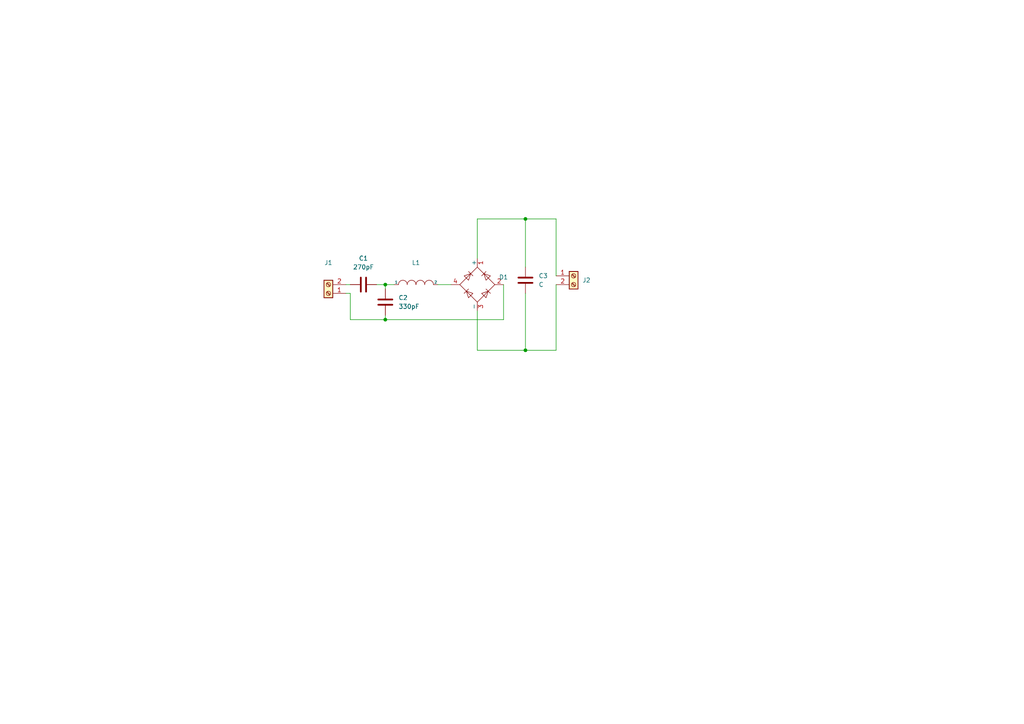
<source format=kicad_sch>
(kicad_sch (version 20211123) (generator eeschema)
  (paper "A4")
  (lib_symbols
    (symbol "Connector:Screw_Terminal_01x02" (pin_names (offset 1.016) hide)
      (property "Reference" "J" (at 0 2.54 0))
      (property "Value" "Screw_Terminal_01x02" (at 0 -5.08 0))
      (symbol "Screw_Terminal_01x02_1_1"
        (rectangle (start -1.27 1.27) (end 1.27 -3.81) (stroke (width 0.254)) (fill (type background)))
        (circle (center 0 -2.54) (radius 0.635) (stroke (width 0.1524)))
        (polyline (pts (xy -0.5334 -2.2098) (xy 0.3302 -3.048)) (stroke (width 0.1524)))
        (polyline (pts (xy -0.5334 0.3302) (xy 0.3302 -0.508)) (stroke (width 0.1524)))
        (polyline (pts (xy -0.3556 -2.032) (xy 0.508 -2.8702)) (stroke (width 0.1524)))
        (polyline (pts (xy -0.3556 0.508) (xy 0.508 -0.3302)) (stroke (width 0.1524)))
        (circle (center 0 0) (radius 0.635) (stroke (width 0.1524)))
        (pin passive line (at -5.08 0 0) (length 3.81) (name "Pin_1") (number "1"))
        (pin passive line (at -5.08 -2.54 0) (length 3.81) (name "Pin_2") (number "2"))
      )
    )
    (symbol "Device:C" (pin_numbers hide) (pin_names (offset 0.254))
      (property "Reference" "C" (at 0.635 2.54 0))
      (property "Value" "C" (at 0.635 -2.54 0))
      (symbol "C_0_1"
        (polyline (pts (xy -2.032 -0.762) (xy 2.032 -0.762)) (stroke (width 0.508)))
        (polyline (pts (xy -2.032 0.762) (xy 2.032 0.762)) (stroke (width 0.508)))
      )
      (symbol "C_1_1"
        (pin passive line (at 0 3.81 270) (length 2.794) (name "~") (number "1"))
        (pin passive line (at 0 -3.81 90) (length 2.794) (name "~") (number "2"))
      )
    )
    (symbol "Diode_Bridge:VS-KBPC804" (pin_names (offset 0))
      (property "Reference" "D" (at 2.54 6.985 0))
      (property "Value" "VS-KBPC804" (at 2.54 5.08 0))
      (symbol "VS-KBPC804_0_1"
        (polyline (pts (xy -2.54 3.81) (xy -1.27 2.54)))
        (polyline (pts (xy -1.27 -2.54) (xy -2.54 -3.81)))
        (polyline (pts (xy 2.54 -1.27) (xy 3.81 -2.54)))
        (polyline (pts (xy 2.54 1.27) (xy 3.81 2.54)))
        (polyline (pts (xy -3.81 2.54) (xy -2.54 1.27) (xy -1.905 3.175) (xy -3.81 2.54)))
        (polyline (pts (xy -2.54 -1.27) (xy -3.81 -2.54) (xy -1.905 -3.175) (xy -2.54 -1.27)))
        (polyline (pts (xy 1.27 2.54) (xy 2.54 3.81) (xy 3.175 1.905) (xy 1.27 2.54)))
        (polyline (pts (xy 3.175 -1.905) (xy 1.27 -2.54) (xy 2.54 -3.81) (xy 3.175 -1.905)))
        (polyline (pts (xy -5.08 0) (xy 0 -5.08) (xy 5.08 0) (xy 0 5.08) (xy -5.08 0)))
      )
      (symbol "VS-KBPC804_1_1"
        (pin passive line (at 7.62 0 180) (length 2.54) (name "+") (number "1"))
        (pin passive line (at 0 -7.62 90) (length 2.54) (name "~") (number "2"))
        (pin passive line (at -7.62 0 0) (length 2.54) (name "-") (number "3"))
        (pin passive line (at 0 7.62 270) (length 2.54) (name "~") (number "4"))
      )
    )
    (symbol "pspice:INDUCTOR" (pin_numbers hide) (pin_names (offset 0))
      (property "Reference" "L" (at 0 2.54 0))
      (property "Value" "INDUCTOR" (at 0 -1.27 0))
      (symbol "INDUCTOR_0_1"
        (arc (start -2.54 0) (mid -3.81 1.27) (end -5.08 0))
        (arc (start 0 0) (mid -1.27 1.27) (end -2.54 0))
        (arc (start 2.54 0) (mid 1.27 1.27) (end 0 0))
        (arc (start 5.08 0) (mid 3.81 1.27) (end 2.54 0))
      )
      (symbol "INDUCTOR_1_1"
        (pin input line (at -6.35 0 0) (length 1.27) (name "1") (number "1"))
        (pin input line (at 6.35 0 180) (length 1.27) (name "2") (number "2"))
      )
    )
  )
  (junction (at 111.76 92.71))
  (junction (at 152.4 63.5))
  (junction (at 111.76 82.55))
  (junction (at 152.4 101.6))
  (wire (pts (xy 161.29 101.6) (xy 161.29 82.55)))
  (wire (pts (xy 138.43 63.5) (xy 152.4 63.5)))
  (wire (pts (xy 152.4 101.6) (xy 161.29 101.6)))
  (wire (pts (xy 109.22 82.55) (xy 111.76 82.55)))
  (wire (pts (xy 111.76 92.71) (xy 111.76 91.44)))
  (wire (pts (xy 161.29 63.5) (xy 152.4 63.5)))
  (wire (pts (xy 138.43 90.17) (xy 138.43 101.6)))
  (wire (pts (xy 146.05 92.71) (xy 111.76 92.71)))
  (wire (pts (xy 138.43 101.6) (xy 152.4 101.6)))
  (wire (pts (xy 101.6 85.09) (xy 101.6 92.71)))
  (wire (pts (xy 161.29 80.01) (xy 161.29 63.5)))
  (wire (pts (xy 111.76 82.55) (xy 111.76 83.82)))
  (wire (pts (xy 152.4 63.5) (xy 152.4 77.47)))
  (wire (pts (xy 138.43 74.93) (xy 138.43 63.5)))
  (wire (pts (xy 101.6 92.71) (xy 111.76 92.71)))
  (wire (pts (xy 100.33 85.09) (xy 101.6 85.09)))
  (wire (pts (xy 146.05 82.55) (xy 146.05 92.71)))
  (wire (pts (xy 114.3 82.55) (xy 111.76 82.55)))
  (wire (pts (xy 100.33 82.55) (xy 101.6 82.55)))
  (wire (pts (xy 127 82.55) (xy 130.81 82.55)))
  (wire (pts (xy 152.4 85.09) (xy 152.4 101.6)))
  (symbol (lib_id "pspice:INDUCTOR") (at 120.65 82.55 0) (unit 1)
    (property "Reference" "L1" (at 120.65 76.2 0))
    (property "Value" "INDUCTOR" (effects hide))
    (property "Footprint" "Inductor_SMD:L_Wuerth_HCI-1890" (effects hide))
  )
  (symbol (lib_id "Device:C") (at 152.4 81.28 0) (unit 1)
    (property "Reference" "C3" (at 156.21 80.0099 0) (effects (justify left)))
    (property "Value" "C" (at 156.21 82.5499 0) (effects (justify left)))
    (property "Footprint" "TerminalBlock_Phoenix:TerminalBlock_Phoenix_MPT-0,5-2-2.54_1x02_P2.54mm_Horizontal" (effects hide))
  )
  (symbol (lib_id "Device:C") (at 111.76 87.63 0) (unit 1)
    (property "Reference" "C2" (at 115.57 86.3599 0) (effects (justify left)))
    (property "Value" "330pF" (at 115.57 88.8999 0) (effects (justify left)))
    (property "Footprint" "Capacitor_THT:C_Disc_D7.5mm_W4.4mm_P5.00mm" (effects hide))
  )
  (symbol (lib_id "Device:C") (at 105.41 82.55 90) (unit 1)
    (property "Reference" "C1" (at 105.41 74.93 90))
    (property "Value" "270pF" (at 105.41 77.47 90))
    (property "Footprint" "Capacitor_THT:C_Disc_D3.8mm_W2.6mm_P2.50mm" (effects hide))
  )
  (symbol (lib_id "Connector:Screw_Terminal_01x02") (at 95.25 85.09 180) (unit 1)
    (property "Reference" "J1" (at 95.25 76.2 0))
    (property "Value" "Screw_Terminal_01x02" (effects hide))
    (property "Footprint" "TerminalBlock_Phoenix:TerminalBlock_Phoenix_MKDS-1,5-2-5.08_1x02_P5.08mm_Horizontal" (effects hide))
  )
  (symbol (lib_id "Diode_Bridge:VS-KBPC804") (at 138.43 82.55 90) (unit 1)
    (property "Reference" "D1" (at 146.05 80.391 90))
    (property "Value" "VS-KBPC804" (effects hide))
    (property "Footprint" "Diode_THT:Diode_Bridge_Vishay_KBPC6" (effects hide))
    (property "Datasheet" "http://www.vishay.com/docs/93586/kbpc8series.pdf" (effects hide))
  )
  (symbol (lib_id "Connector:Screw_Terminal_01x02") (at 166.37 80.01 0) (unit 1)
    (property "Reference" "J2" (at 168.91 81.2799 0) (effects (justify left)))
    (property "Value" "Screw_Terminal_01x02" (effects hide))
    (property "Footprint" "TerminalBlock_Phoenix:TerminalBlock_Phoenix_MKDS-1,5-2-5.08_1x02_P5.08mm_Horizontal" (effects hide))
  )
)
</source>
